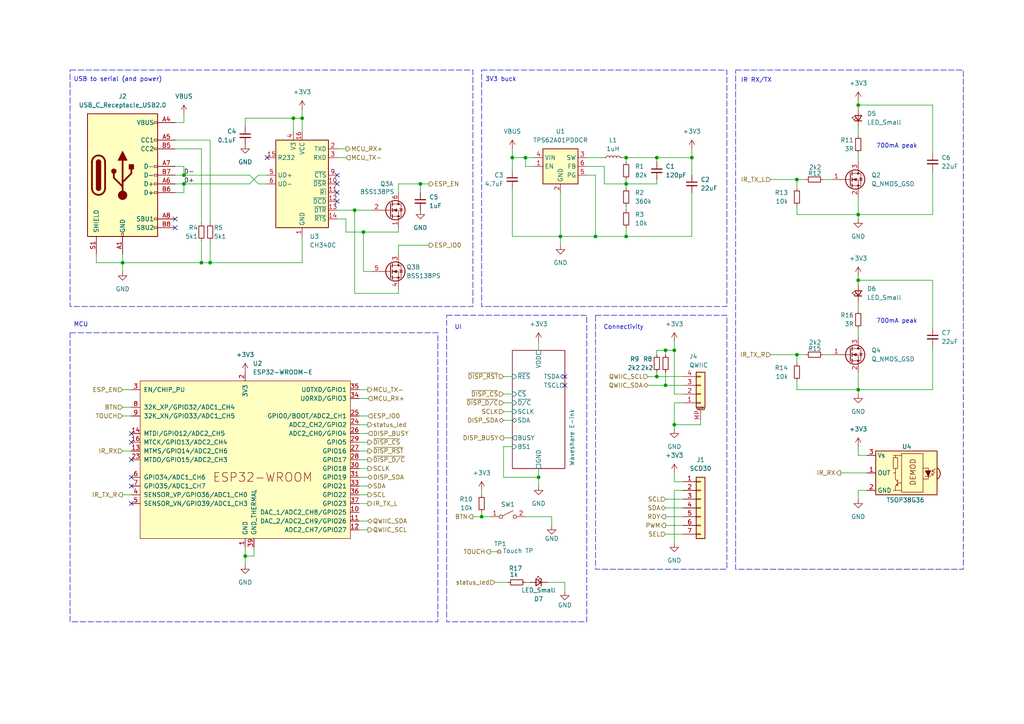
<source format=kicad_sch>
(kicad_sch (version 20231120) (generator "eeschema") (generator_version "8.0")
  (paper "A4")
  (lib_symbols
    (symbol "Connector:TestPoint_Small" (pin_numbers hide) (pin_names (offset 0.762) hide)
      (property "Reference" "TP" (at 0 3.81 0))
      (property "Value" "TestPoint_Small" (at 0 2.032 0))
      (symbol "TestPoint_Small_1_1"
        (pin passive line (at 0 0 90) (length 0) (name "1") (number "1"))
      )
    )
    (symbol "Connector:USB_C_Receptacle_USB2.0" (pin_names (offset 1.016))
      (property "Reference" "J" (at -10.16 19.05 0))
      (property "Value" "USB_C_Receptacle_USB2.0" (at 19.05 19.05 0))
      (symbol "USB_C_Receptacle_USB2.0_1_1"
        (pin passive line (at 0 -22.86 90) (length 5.08) (name "GND") (number "A1"))
        (pin passive line (at 0 -22.86 90) (length 5.08) hide (name "GND") (number "A12"))
        (pin passive line (at 15.24 15.24 180) (length 5.08) (name "VBUS") (number "A4"))
        (pin bidirectional line (at 15.24 10.16 180) (length 5.08) (name "CC1") (number "A5"))
        (pin bidirectional line (at 15.24 -2.54 180) (length 5.08) (name "D+") (number "A6"))
        (pin bidirectional line (at 15.24 2.54 180) (length 5.08) (name "D-") (number "A7"))
        (pin bidirectional line (at 15.24 -12.7 180) (length 5.08) (name "SBU1") (number "A8"))
        (pin passive line (at 15.24 15.24 180) (length 5.08) hide (name "VBUS") (number "A9"))
        (pin passive line (at 0 -22.86 90) (length 5.08) hide (name "GND") (number "B1"))
        (pin passive line (at 0 -22.86 90) (length 5.08) hide (name "GND") (number "B12"))
        (pin passive line (at 15.24 15.24 180) (length 5.08) hide (name "VBUS") (number "B4"))
        (pin bidirectional line (at 15.24 7.62 180) (length 5.08) (name "CC2") (number "B5"))
        (pin bidirectional line (at 15.24 -5.08 180) (length 5.08) (name "D+") (number "B6"))
        (pin bidirectional line (at 15.24 0 180) (length 5.08) (name "D-") (number "B7"))
        (pin bidirectional line (at 15.24 -15.24 180) (length 5.08) (name "SBU2") (number "B8"))
        (pin passive line (at 15.24 15.24 180) (length 5.08) hide (name "VBUS") (number "B9"))
        (pin passive line (at -7.62 -22.86 90) (length 5.08) (name "SHIELD") (number "S1"))
      )
    )
    (symbol "Connector_Generic:Conn_01x07" (pin_names (offset 1.016) hide)
      (property "Reference" "J" (at 0 10.16 0))
      (property "Value" "Conn_01x07" (at 0 -10.16 0))
      (symbol "Conn_01x07_1_1"
        (pin passive line (at -5.08 7.62 0) (length 3.81) (name "Pin_1") (number "1"))
        (pin passive line (at -5.08 5.08 0) (length 3.81) (name "Pin_2") (number "2"))
        (pin passive line (at -5.08 2.54 0) (length 3.81) (name "Pin_3") (number "3"))
        (pin passive line (at -5.08 0 0) (length 3.81) (name "Pin_4") (number "4"))
        (pin passive line (at -5.08 -2.54 0) (length 3.81) (name "Pin_5") (number "5"))
        (pin passive line (at -5.08 -5.08 0) (length 3.81) (name "Pin_6") (number "6"))
        (pin passive line (at -5.08 -7.62 0) (length 3.81) (name "Pin_7") (number "7"))
      )
    )
    (symbol "Connector_Generic_MountingPin:Conn_01x04_MountingPin" (pin_names (offset 1.016) hide)
      (property "Reference" "J4" (at 2.54 -2.8957 0))
      (property "Value" "QWIIC" (at 2.54 -0.3557 0))
      (symbol "Conn_01x04_MountingPin_1_1"
        (text "Mounting" (at 0 4.191 0) (effects (font (size 0.381 0.381))))
        (pin passive line (at -5.08 2.54 0) (length 3.81) (name "Pin_1") (number "1"))
        (pin passive line (at -5.08 0 0) (length 3.81) (name "Pin_2") (number "2"))
        (pin passive line (at -5.08 -2.54 0) (length 3.81) (name "Pin_3") (number "3"))
        (pin passive line (at -5.08 -5.08 0) (length 3.81) (name "Pin_4") (number "4"))
        (pin passive line (at 0 7.62 270) (length 3.048) (name "MountPin") (number "MP"))
      )
    )
    (symbol "Device:C_Small" (pin_numbers hide) (pin_names (offset 0.254) hide)
      (property "Reference" "C" (at 0.254 1.778 0))
      (property "Value" "C_Small" (at 0.254 -2.032 0))
      (symbol "C_Small_1_1"
        (pin passive line (at 0 2.54 270) (length 2.032) (name "~") (number "1"))
        (pin passive line (at 0 -2.54 90) (length 2.032) (name "~") (number "2"))
      )
    )
    (symbol "Device:LED_Small" (pin_numbers hide) (pin_names (offset 0.254) hide)
      (property "Reference" "D" (at -1.27 3.175 0))
      (property "Value" "LED_Small" (at -4.445 -2.54 0))
      (symbol "LED_Small_1_1"
        (pin passive line (at -2.54 0 0) (length 1.778) (name "K") (number "1"))
        (pin passive line (at 2.54 0 180) (length 1.778) (name "A") (number "2"))
      )
    )
    (symbol "Device:L_Small" (pin_numbers hide) (pin_names (offset 0.254) hide)
      (property "Reference" "L" (at 0.762 1.016 0))
      (property "Value" "L_Small" (at 0.762 -1.016 0))
      (symbol "L_Small_1_1"
        (pin passive line (at 0 2.54 270) (length 0.508) (name "~") (number "1"))
        (pin passive line (at 0 -2.54 90) (length 0.508) (name "~") (number "2"))
      )
    )
    (symbol "Device:Q_Dual_NMOS_S1G1D2S2G2D1" (pin_names (offset 0) hide)
      (property "Reference" "Q" (at 6.35 1.27 0))
      (property "Value" "Q_Dual_NMOS_S1G1D2S2G2D1" (at 19.05 -1.27 0))
      (symbol "Q_Dual_NMOS_S1G1D2S2G2D1_1_1"
        (pin passive line (at 2.54 -5.08 90) (length 2.54) (name "S") (number "1"))
        (pin input line (at -5.08 0 0) (length 2.54) (name "G") (number "2"))
        (pin passive line (at 2.54 5.08 270) (length 2.54) (name "D") (number "6"))
      )
      (symbol "Q_Dual_NMOS_S1G1D2S2G2D1_2_1"
        (pin passive line (at 2.54 5.08 270) (length 2.54) (name "D") (number "3"))
        (pin passive line (at 2.54 -5.08 90) (length 2.54) (name "S") (number "4"))
        (pin input line (at -5.08 0 0) (length 2.54) (name "G") (number "5"))
      )
    )
    (symbol "Device:Q_NMOS_GSD" (pin_names (offset 0) hide)
      (property "Reference" "Q" (at 5.08 1.27 0))
      (property "Value" "Q_NMOS_GSD" (at 5.08 -1.27 0))
      (symbol "Q_NMOS_GSD_1_1"
        (pin input line (at -5.08 0 0) (length 2.54) (name "G") (number "1"))
        (pin passive line (at 2.54 -5.08 90) (length 2.54) (name "S") (number "2"))
        (pin passive line (at 2.54 5.08 270) (length 2.54) (name "D") (number "3"))
      )
    )
    (symbol "Device:R_Small" (pin_numbers hide) (pin_names (offset 0.254) hide)
      (property "Reference" "R" (at 0.762 0.508 0))
      (property "Value" "R_Small" (at 0.762 -1.016 0))
      (symbol "R_Small_1_1"
        (pin passive line (at 0 2.54 270) (length 0.762) (name "~") (number "1"))
        (pin passive line (at 0 -2.54 90) (length 0.762) (name "~") (number "2"))
      )
    )
    (symbol "Interface_Optical:TSOP38G36"
      (property "Reference" "U" (at -10.16 7.62 0))
      (property "Value" "TSOP38G36" (at -10.16 -7.62 0))
      (symbol "TSOP38G36_0_0"
        (text "DEMOD" (at -3.175 0.254 900) (effects (font (size 1.524 1.524))))
      )
      (symbol "TSOP38G36_1_1"
        (pin output line (at 10.16 0 180) (length 2.54) (name "OUT") (number "1"))
        (pin power_in line (at 10.16 -5.08 180) (length 2.54) (name "GND") (number "2"))
        (pin power_in line (at 10.16 5.08 180) (length 2.54) (name "Vs") (number "3"))
      )
    )
    (symbol "Interface_USB:CH340C"
      (property "Reference" "U" (at -5.08 13.97 0))
      (property "Value" "CH340C" (at 1.27 13.97 0))
      (symbol "CH340C_1_1"
        (pin power_in line (at 0 -15.24 90) (length 2.54) (name "GND") (number "1"))
        (pin input line (at 10.16 0 180) (length 2.54) (name "~{DSR}") (number "10"))
        (pin input line (at 10.16 -2.54 180) (length 2.54) (name "~{RI}") (number "11"))
        (pin input line (at 10.16 -5.08 180) (length 2.54) (name "~{DCD}") (number "12"))
        (pin output line (at 10.16 -7.62 180) (length 2.54) (name "~{DTR}") (number "13"))
        (pin output line (at 10.16 -10.16 180) (length 2.54) (name "~{RTS}") (number "14"))
        (pin input line (at -10.16 7.62 0) (length 2.54) (name "R232") (number "15"))
        (pin power_in line (at 0 15.24 270) (length 2.54) (name "VCC") (number "16"))
        (pin output line (at 10.16 10.16 180) (length 2.54) (name "TXD") (number "2"))
        (pin input line (at 10.16 7.62 180) (length 2.54) (name "RXD") (number "3"))
        (pin passive line (at -2.54 15.24 270) (length 2.54) (name "V3") (number "4"))
        (pin bidirectional line (at -10.16 2.54 0) (length 2.54) (name "UD+") (number "5"))
        (pin bidirectional line (at -10.16 0 0) (length 2.54) (name "UD-") (number "6"))
        (pin no_connect line (at -7.62 -7.62 0) (length 2.54) hide (name "NC") (number "7"))
        (pin no_connect line (at -7.62 -10.16 0) (length 2.54) hide (name "NC") (number "8"))
        (pin input line (at 10.16 2.54 180) (length 2.54) (name "~{CTS}") (number "9"))
      )
    )
    (symbol "PCM_Espressif:ESP32-WROOM-E" (pin_names (offset 1.016))
      (property "Reference" "U" (at -30.48 27.94 0))
      (property "Value" "ESP32-WROOM-E" (at -30.48 25.4 0))
      (symbol "ESP32-WROOM-E_1_1"
        (text "ESP32-­WROOM­" (at 5.08 -5.08 0) (effects (font (size 2.54 2.54))))
        (pin power_in line (at 0 -25.4 90) (length 2.54) (name "GND") (number "1"))
        (pin bidirectional line (at 33.02 -15.24 180) (length 2.54) (name "DAC_1/ADC2_CH8/GPIO25") (number "10"))
        (pin bidirectional line (at 33.02 -17.78 180) (length 2.54) (name "DAC_2/ADC2_CH9/GPIO26") (number "11"))
        (pin bidirectional line (at 33.02 -20.32 180) (length 2.54) (name "ADC2_CH7/GPIO27") (number "12"))
        (pin bidirectional line (at -33.02 2.54 0) (length 2.54) (name "MTMS/GPIO14/ADC2_CH6") (number "13"))
        (pin bidirectional line (at -33.02 7.62 0) (length 2.54) (name "MTDI/GPIO12/ADC2_CH5") (number "14"))
        (pin passive line (at 0 -25.4 90) (length 2.54) hide (name "GND") (number "15"))
        (pin bidirectional line (at -33.02 5.08 0) (length 2.54) (name "MTCK/GPIO13/ADC2_CH4") (number "16"))
        (pin power_in line (at 0 25.4 270) (length 2.54) (name "3V3") (number "2"))
        (pin bidirectional line (at -33.02 0 0) (length 2.54) (name "MTDO/GPIO15/ADC2_CH3") (number "23"))
        (pin bidirectional line (at 33.02 10.16 180) (length 2.54) (name "ADC2_CH2/GPIO2") (number "24"))
        (pin bidirectional line (at 33.02 12.7 180) (length 2.54) (name "GPIO0/BOOT/ADC2_CH1") (number "25"))
        (pin bidirectional line (at 33.02 7.62 180) (length 2.54) (name "ADC2_CH0/GPIO4") (number "26"))
        (pin bidirectional line (at 33.02 2.54 180) (length 2.54) (name "GPIO16") (number "27"))
        (pin bidirectional line (at 33.02 0 180) (length 2.54) (name "GPIO17") (number "28"))
        (pin bidirectional line (at 33.02 5.08 180) (length 2.54) (name "GPIO5") (number "29"))
        (pin input line (at -33.02 20.32 0) (length 2.54) (name "EN/CHIP_PU") (number "3"))
        (pin bidirectional line (at 33.02 -2.54 180) (length 2.54) (name "GPIO18") (number "30"))
        (pin bidirectional line (at 33.02 -5.08 180) (length 2.54) (name "GPIO19") (number "31"))
        (pin bidirectional line (at 33.02 -7.62 180) (length 2.54) (name "GPIO21") (number "33"))
        (pin bidirectional line (at 33.02 17.78 180) (length 2.54) (name "U0RXD/GPIO3") (number "34"))
        (pin bidirectional line (at 33.02 20.32 180) (length 2.54) (name "U0TXD/GPIO1") (number "35"))
        (pin bidirectional line (at 33.02 -10.16 180) (length 2.54) (name "GPIO22") (number "36"))
        (pin bidirectional line (at 33.02 -12.7 180) (length 2.54) (name "GPIO23") (number "37"))
        (pin passive line (at 0 -25.4 90) (length 2.54) hide (name "GND") (number "38"))
        (pin power_in line (at 2.54 -25.4 90) (length 2.54) (name "GND_THERMAL") (number "39"))
        (pin input line (at -33.02 -10.16 0) (length 2.54) (name "SENSOR_VP/GPIO36/ADC1_CH0") (number "4"))
        (pin input line (at -33.02 -12.7 0) (length 2.54) (name "SENSOR_VN/GPIO39/ADC1_CH3") (number "5"))
        (pin input line (at -33.02 -5.08 0) (length 2.54) (name "GPIO34/ADC1_CH6") (number "6"))
        (pin input line (at -33.02 -7.62 0) (length 2.54) (name "GPIO35/ADC1_CH7") (number "7"))
        (pin bidirectional line (at -33.02 15.24 0) (length 2.54) (name "32K_XP/GPIO32/ADC1_CH4") (number "8"))
        (pin bidirectional line (at -33.02 12.7 0) (length 2.54) (name "32K_XN/GPIO33/ADC1_CH5") (number "9"))
      )
    )
    (symbol "Regulator_Switching:TLV62569DDC"
      (property "Reference" "U" (at -5.08 6.35 0))
      (property "Value" "TLV62569DDC" (at 0 6.35 0))
      (symbol "TLV62569DDC_1_1"
        (pin input line (at -7.62 0 0) (length 2.54) (name "EN") (number "1"))
        (pin power_in line (at 0 -7.62 90) (length 2.54) (name "GND") (number "2"))
        (pin power_out line (at 7.62 2.54 180) (length 2.54) (name "SW") (number "3"))
        (pin power_in line (at -7.62 2.54 0) (length 2.54) (name "VIN") (number "4"))
        (pin open_collector line (at 7.62 -2.54 180) (length 2.54) (name "PG") (number "5"))
        (pin input line (at 7.62 0 180) (length 2.54) (name "FB") (number "6"))
      )
    )
    (symbol "Switch:SW_SPST" (pin_names (offset 0) hide)
      (property "Reference" "SW" (at 0 3.175 0))
      (property "Value" "SW_SPST" (at 0 -2.54 0))
      (symbol "SW_SPST_1_1"
        (pin passive line (at -5.08 0 0) (length 2.54) (name "A") (number "1"))
        (pin passive line (at 5.08 0 180) (length 2.54) (name "B") (number "2"))
      )
    )
    (symbol "power:+3V3" (power) (pin_names (offset 0))
      (property "Value" "+3V3" (at 0 3.556 0))
      (symbol "+3V3_1_1"
        (pin power_in line (at 0 0 90) (length 0) hide (name "+3V3") (number "1"))
      )
    )
    (symbol "power:GND" (power) (pin_names (offset 0))
      (property "Value" "GND" (at 0 -3.81 0))
      (symbol "GND_1_1"
        (pin power_in line (at 0 0 270) (length 0) hide (name "GND") (number "1"))
      )
    )
    (symbol "power:VBUS" (power) (pin_names (offset 0))
      (property "Value" "VBUS" (at 0 3.81 0))
      (symbol "VBUS_1_1"
        (pin power_in line (at 0 0 90) (length 0) hide (name "VBUS") (number "1"))
      )
    )
  )
  (junction (at 139.7 149.86))
  (junction (at 105.41 67.31))
  (junction (at 248.92 113.03))
  (junction (at 195.58 101.6))
  (junction (at 231.14 52.07))
  (junction (at 121.92 53.34))
  (junction (at 248.92 62.23))
  (junction (at 87.63 34.29))
  (junction (at 181.61 53.34))
  (junction (at 193.04 101.6))
  (junction (at 181.61 68.58))
  (junction (at 195.58 123.19))
  (junction (at 200.66 45.72))
  (junction (at 53.34 53.34))
  (junction (at 148.59 45.72))
  (junction (at 248.92 81.28))
  (junction (at 71.12 161.29))
  (junction (at 190.5 45.72))
  (junction (at 58.42 76.2))
  (junction (at 156.21 138.43))
  (junction (at 193.04 111.76))
  (junction (at 152.4 45.72))
  (junction (at 102.87 60.96))
  (junction (at 172.72 68.58))
  (junction (at 35.56 76.2))
  (junction (at 85.09 34.29))
  (junction (at 162.56 68.58))
  (junction (at 231.14 102.87))
  (junction (at 60.96 76.2))
  (junction (at 190.5 109.22))
  (junction (at 181.61 45.72))
  (junction (at 53.34 50.8))
  (junction (at 248.92 30.48))
  (no_connect (at 38.1 140.97))
  (no_connect (at 97.79 50.8))
  (no_connect (at 50.8 66.04))
  (no_connect (at 38.1 133.35))
  (no_connect (at 163.83 109.22))
  (no_connect (at 97.79 58.42))
  (no_connect (at 50.8 63.5))
  (no_connect (at 38.1 138.43))
  (no_connect (at 77.47 45.72))
  (no_connect (at 38.1 128.27))
  (no_connect (at 97.79 53.34))
  (no_connect (at 163.83 111.76))
  (no_connect (at 97.79 55.88))
  (no_connect (at 38.1 146.05))
  (no_connect (at 38.1 125.73))
  (wire (pts (xy 60.96 69.85) (xy 60.96 76.2)))
  (wire (pts (xy 198.12 152.4) (xy 193.04 152.4)))
  (wire (pts (xy 146.05 109.22) (xy 148.59 109.22)))
  (wire (pts (xy 195.58 123.19) (xy 195.58 124.46)))
  (wire (pts (xy 231.14 110.49) (xy 231.14 113.03)))
  (wire (pts (xy 139.7 142.24) (xy 139.7 143.51)))
  (wire (pts (xy 35.56 73.66) (xy 35.56 76.2)))
  (wire (pts (xy 270.51 113.03) (xy 248.92 113.03)))
  (wire (pts (xy 58.42 76.2) (xy 60.96 76.2)))
  (wire (pts (xy 139.7 149.86) (xy 142.24 149.86)))
  (wire (pts (xy 104.14 138.43) (xy 106.68 138.43)))
  (wire (pts (xy 195.58 123.19) (xy 203.2 123.19)))
  (wire (pts (xy 60.96 64.77) (xy 60.96 40.64)))
  (wire (pts (xy 104.14 140.97) (xy 106.68 140.97)))
  (wire (pts (xy 248.92 62.23) (xy 248.92 57.15)))
  (wire (pts (xy 152.4 149.86) (xy 160.02 149.86)))
  (wire (pts (xy 200.66 45.72) (xy 200.66 50.8)))
  (wire (pts (xy 223.52 102.87) (xy 231.14 102.87)))
  (wire (pts (xy 104.14 120.65) (xy 106.68 120.65)))
  (wire (pts (xy 156.21 99.06) (xy 156.21 101.6)))
  (wire (pts (xy 231.14 54.61) (xy 231.14 52.07)))
  (wire (pts (xy 198.12 114.3) (xy 195.58 114.3)))
  (wire (pts (xy 270.51 49.53) (xy 270.51 62.23)))
  (wire (pts (xy 104.14 113.03) (xy 106.68 113.03)))
  (wire (pts (xy 231.14 52.07) (xy 233.68 52.07)))
  (wire (pts (xy 187.96 109.22) (xy 190.5 109.22)))
  (wire (pts (xy 77.47 53.34) (xy 74.93 53.34)))
  (wire (pts (xy 248.92 29.21) (xy 248.92 30.48)))
  (wire (pts (xy 53.34 53.34) (xy 72.39 53.34)))
  (wire (pts (xy 27.94 76.2) (xy 35.56 76.2)))
  (wire (pts (xy 190.5 46.99) (xy 190.5 45.72)))
  (wire (pts (xy 104.14 130.81) (xy 106.68 130.81)))
  (wire (pts (xy 148.59 43.18) (xy 148.59 45.72)))
  (wire (pts (xy 71.12 158.75) (xy 71.12 161.29)))
  (wire (pts (xy 148.59 129.54) (xy 146.05 129.54)))
  (wire (pts (xy 97.79 45.72) (xy 100.33 45.72)))
  (wire (pts (xy 193.04 101.6) (xy 195.58 101.6)))
  (wire (pts (xy 104.14 143.51) (xy 106.68 143.51)))
  (wire (pts (xy 50.8 35.56) (xy 53.34 35.56)))
  (wire (pts (xy 231.14 105.41) (xy 231.14 102.87)))
  (wire (pts (xy 180.34 45.72) (xy 181.61 45.72)))
  (wire (pts (xy 181.61 59.69) (xy 181.61 60.96)))
  (wire (pts (xy 97.79 63.5) (xy 100.33 63.5)))
  (wire (pts (xy 195.58 101.6) (xy 195.58 114.3)))
  (wire (pts (xy 35.56 113.03) (xy 38.1 113.03)))
  (wire (pts (xy 195.58 142.24) (xy 195.58 157.48)))
  (wire (pts (xy 270.51 81.28) (xy 270.51 95.25)))
  (wire (pts (xy 148.59 45.72) (xy 152.4 45.72)))
  (wire (pts (xy 190.5 45.72) (xy 200.66 45.72)))
  (wire (pts (xy 137.16 149.86) (xy 139.7 149.86)))
  (wire (pts (xy 146.05 121.92) (xy 148.59 121.92)))
  (wire (pts (xy 162.56 55.88) (xy 162.56 68.58)))
  (wire (pts (xy 270.51 62.23) (xy 248.92 62.23)))
  (wire (pts (xy 87.63 68.58) (xy 87.63 76.2)))
  (wire (pts (xy 74.93 53.34) (xy 72.39 50.8)))
  (wire (pts (xy 248.92 81.28) (xy 270.51 81.28)))
  (wire (pts (xy 243.84 137.16) (xy 251.46 137.16)))
  (wire (pts (xy 50.8 50.8) (xy 53.34 50.8)))
  (wire (pts (xy 146.05 129.54) (xy 146.05 138.43)))
  (wire (pts (xy 100.33 67.31) (xy 105.41 67.31)))
  (wire (pts (xy 248.92 80.01) (xy 248.92 81.28)))
  (wire (pts (xy 193.04 102.87) (xy 193.04 101.6)))
  (wire (pts (xy 198.12 142.24) (xy 195.58 142.24)))
  (wire (pts (xy 156.21 138.43) (xy 156.21 135.89)))
  (wire (pts (xy 53.34 55.88) (xy 50.8 55.88)))
  (wire (pts (xy 115.57 73.66) (xy 115.57 71.12)))
  (wire (pts (xy 50.8 53.34) (xy 53.34 53.34)))
  (wire (pts (xy 60.96 40.64) (xy 50.8 40.64)))
  (wire (pts (xy 58.42 69.85) (xy 58.42 76.2)))
  (wire (pts (xy 238.76 102.87) (xy 241.3 102.87)))
  (wire (pts (xy 170.18 48.26) (xy 175.26 48.26)))
  (wire (pts (xy 121.92 53.34) (xy 124.46 53.34)))
  (wire (pts (xy 193.04 107.95) (xy 193.04 111.76)))
  (wire (pts (xy 58.42 64.77) (xy 58.42 43.18)))
  (wire (pts (xy 115.57 83.82) (xy 115.57 85.09)))
  (wire (pts (xy 104.14 128.27) (xy 106.68 128.27)))
  (wire (pts (xy 115.57 85.09) (xy 102.87 85.09)))
  (wire (pts (xy 139.7 148.59) (xy 139.7 149.86)))
  (wire (pts (xy 190.5 109.22) (xy 198.12 109.22)))
  (wire (pts (xy 146.05 127) (xy 148.59 127)))
  (wire (pts (xy 53.34 50.8) (xy 72.39 50.8)))
  (wire (pts (xy 181.61 45.72) (xy 181.61 46.99)))
  (wire (pts (xy 270.51 30.48) (xy 270.51 44.45)))
  (wire (pts (xy 172.72 68.58) (xy 162.56 68.58)))
  (wire (pts (xy 231.14 102.87) (xy 233.68 102.87)))
  (wire (pts (xy 146.05 119.38) (xy 148.59 119.38)))
  (wire (pts (xy 198.12 154.94) (xy 193.04 154.94)))
  (wire (pts (xy 121.92 53.34) (xy 121.92 55.88)))
  (wire (pts (xy 104.14 133.35) (xy 106.68 133.35)))
  (wire (pts (xy 270.51 100.33) (xy 270.51 113.03)))
  (wire (pts (xy 248.92 30.48) (xy 248.92 31.75)))
  (wire (pts (xy 248.92 87.63) (xy 248.92 90.17)))
  (wire (pts (xy 146.05 116.84) (xy 148.59 116.84)))
  (wire (pts (xy 200.66 55.88) (xy 200.66 68.58)))
  (wire (pts (xy 53.34 48.26) (xy 50.8 48.26)))
  (wire (pts (xy 181.61 68.58) (xy 172.72 68.58)))
  (wire (pts (xy 248.92 113.03) (xy 248.92 114.3)))
  (wire (pts (xy 143.51 168.91) (xy 147.32 168.91)))
  (wire (pts (xy 152.4 45.72) (xy 154.94 45.72)))
  (wire (pts (xy 53.34 53.34) (xy 53.34 55.88)))
  (wire (pts (xy 87.63 31.75) (xy 87.63 34.29)))
  (wire (pts (xy 175.26 53.34) (xy 181.61 53.34)))
  (wire (pts (xy 35.56 130.81) (xy 38.1 130.81)))
  (wire (pts (xy 104.14 153.67) (xy 106.68 153.67)))
  (wire (pts (xy 97.79 43.18) (xy 100.33 43.18)))
  (wire (pts (xy 231.14 59.69) (xy 231.14 62.23)))
  (wire (pts (xy 105.41 78.74) (xy 107.95 78.74)))
  (wire (pts (xy 187.96 111.76) (xy 193.04 111.76)))
  (wire (pts (xy 248.92 129.54) (xy 248.92 132.08)))
  (wire (pts (xy 238.76 52.07) (xy 241.3 52.07)))
  (wire (pts (xy 100.33 63.5) (xy 100.33 67.31)))
  (wire (pts (xy 181.61 53.34) (xy 190.5 53.34)))
  (wire (pts (xy 190.5 45.72) (xy 181.61 45.72)))
  (wire (pts (xy 73.66 158.75) (xy 73.66 161.29)))
  (wire (pts (xy 181.61 66.04) (xy 181.61 68.58)))
  (wire (pts (xy 27.94 76.2) (xy 27.94 73.66)))
  (wire (pts (xy 162.56 68.58) (xy 162.56 71.12)))
  (wire (pts (xy 74.93 50.8) (xy 72.39 53.34)))
  (wire (pts (xy 195.58 116.84) (xy 195.58 123.19)))
  (wire (pts (xy 53.34 33.02) (xy 53.34 35.56)))
  (wire (pts (xy 104.14 125.73) (xy 106.68 125.73)))
  (wire (pts (xy 73.66 161.29) (xy 71.12 161.29)))
  (wire (pts (xy 74.93 50.8) (xy 77.47 50.8)))
  (wire (pts (xy 146.05 114.3) (xy 148.59 114.3)))
  (wire (pts (xy 190.5 102.87) (xy 190.5 101.6)))
  (wire (pts (xy 35.56 76.2) (xy 58.42 76.2)))
  (wire (pts (xy 198.12 144.78) (xy 193.04 144.78)))
  (wire (pts (xy 115.57 66.04) (xy 115.57 67.31)))
  (wire (pts (xy 190.5 53.34) (xy 190.5 52.07)))
  (wire (pts (xy 85.09 34.29) (xy 85.09 38.1)))
  (wire (pts (xy 172.72 50.8) (xy 172.72 68.58)))
  (wire (pts (xy 248.92 132.08) (xy 251.46 132.08)))
  (wire (pts (xy 200.66 68.58) (xy 181.61 68.58)))
  (wire (pts (xy 115.57 71.12) (xy 124.46 71.12)))
  (wire (pts (xy 97.79 60.96) (xy 102.87 60.96)))
  (wire (pts (xy 248.92 62.23) (xy 248.92 63.5)))
  (wire (pts (xy 198.12 147.32) (xy 193.04 147.32)))
  (wire (pts (xy 60.96 76.2) (xy 87.63 76.2)))
  (wire (pts (xy 152.4 168.91) (xy 153.67 168.91)))
  (wire (pts (xy 248.92 144.78) (xy 248.92 142.24)))
  (wire (pts (xy 102.87 60.96) (xy 102.87 85.09)))
  (wire (pts (xy 104.14 146.05) (xy 106.68 146.05)))
  (wire (pts (xy 115.57 67.31) (xy 105.41 67.31)))
  (wire (pts (xy 142.24 160.02) (xy 144.78 160.02)))
  (wire (pts (xy 248.92 44.45) (xy 248.92 46.99)))
  (wire (pts (xy 160.02 149.86) (xy 160.02 152.4)))
  (wire (pts (xy 170.18 45.72) (xy 175.26 45.72)))
  (wire (pts (xy 181.61 52.07) (xy 181.61 53.34)))
  (wire (pts (xy 104.14 123.19) (xy 106.68 123.19)))
  (wire (pts (xy 102.87 60.96) (xy 107.95 60.96)))
  (wire (pts (xy 193.04 111.76) (xy 198.12 111.76)))
  (wire (pts (xy 203.2 121.92) (xy 203.2 123.19)))
  (wire (pts (xy 104.14 115.57) (xy 106.68 115.57)))
  (wire (pts (xy 87.63 34.29) (xy 87.63 38.1)))
  (wire (pts (xy 71.12 34.29) (xy 85.09 34.29)))
  (wire (pts (xy 158.75 168.91) (xy 163.83 168.91)))
  (wire (pts (xy 231.14 62.23) (xy 248.92 62.23)))
  (wire (pts (xy 148.59 54.61) (xy 148.59 68.58)))
  (wire (pts (xy 248.92 142.24) (xy 251.46 142.24)))
  (wire (pts (xy 154.94 48.26) (xy 152.4 48.26)))
  (wire (pts (xy 115.57 53.34) (xy 121.92 53.34)))
  (wire (pts (xy 146.05 138.43) (xy 156.21 138.43)))
  (wire (pts (xy 53.34 50.8) (xy 53.34 48.26)))
  (wire (pts (xy 200.66 43.18) (xy 200.66 45.72)))
  (wire (pts (xy 248.92 95.25) (xy 248.92 97.79)))
  (wire (pts (xy 172.72 50.8) (xy 170.18 50.8)))
  (wire (pts (xy 148.59 49.53) (xy 148.59 45.72)))
  (wire (pts (xy 248.92 36.83) (xy 248.92 39.37)))
  (wire (pts (xy 162.56 68.58) (xy 148.59 68.58)))
  (wire (pts (xy 152.4 48.26) (xy 152.4 45.72)))
  (wire (pts (xy 35.56 120.65) (xy 38.1 120.65)))
  (wire (pts (xy 105.41 67.31) (xy 105.41 78.74)))
  (wire (pts (xy 71.12 161.29) (xy 71.12 163.83)))
  (wire (pts (xy 35.56 76.2) (xy 35.56 78.74)))
  (wire (pts (xy 156.21 138.43) (xy 156.21 140.97)))
  (wire (pts (xy 248.92 81.28) (xy 248.92 82.55)))
  (wire (pts (xy 163.83 168.91) (xy 163.83 171.45)))
  (wire (pts (xy 198.12 149.86) (xy 193.04 149.86)))
  (wire (pts (xy 248.92 113.03) (xy 248.92 107.95)))
  (wire (pts (xy 175.26 48.26) (xy 175.26 53.34)))
  (wire (pts (xy 195.58 99.06) (xy 195.58 101.6)))
  (wire (pts (xy 85.09 34.29) (xy 87.63 34.29)))
  (wire (pts (xy 248.92 30.48) (xy 270.51 30.48)))
  (wire (pts (xy 38.1 118.11) (xy 35.56 118.11)))
  (wire (pts (xy 190.5 101.6) (xy 193.04 101.6)))
  (wire (pts (xy 198.12 139.7) (xy 195.58 139.7)))
  (wire (pts (xy 223.52 52.07) (xy 231.14 52.07)))
  (wire (pts (xy 35.56 143.51) (xy 38.1 143.51)))
  (wire (pts (xy 71.12 36.83) (xy 71.12 34.29)))
  (wire (pts (xy 195.58 137.16) (xy 195.58 139.7)))
  (wire (pts (xy 106.68 151.13) (xy 104.14 151.13)))
  (wire (pts (xy 181.61 53.34) (xy 181.61 54.61)))
  (wire (pts (xy 231.14 113.03) (xy 248.92 113.03)))
  (wire (pts (xy 58.42 43.18) (xy 50.8 43.18)))
  (wire (pts (xy 198.12 116.84) (xy 195.58 116.84)))
  (wire (pts (xy 115.57 55.88) (xy 115.57 53.34)))
  (wire (pts (xy 190.5 107.95) (xy 190.5 109.22)))
  (wire (pts (xy 104.14 135.89) (xy 106.68 135.89)))
  (rectangle (start 213.36 20.32) (end 279.4 165.1) (stroke (width 0) (type dash)))
  (rectangle (start 129.54 91.44) (end 170.18 180.34) (stroke (width 0) (type dash)))
  (rectangle (start 139.7 20.32) (end 210.82 88.9) (stroke (width 0) (type dash)))
  (rectangle (start 20.32 96.52) (end 127 180.34) (stroke (width 0) (type dash)))
  (rectangle (start 172.72 91.44) (end 210.82 165.1) (stroke (width 0) (type dash)))
  (rectangle (start 20.32 20.32) (end 137.16 88.9) (stroke (width 0) (type dash)))
  (text "3V3 buck" (at 140.716 22.352 0) (effects (font (size 1.27 1.27)) (justify left top)))
  (text "USB to serial (and power)" (at 21.336 22.352 0) (effects (font (size 1.27 1.27)) (justify left top)))
  (text "Connectivity" (at 175.006 94.234 0) (effects (font (size 1.27 1.27)) (justify left top)))
  (text "MCU" (at 21.336 93.472 0) (effects (font (size 1.27 1.27)) (justify left top)))
  (text "700mA peak" (at 260.096 42.418 0) (effects (font (size 1.27 1.27))))
  (text "UI" (at 131.826 94.234 0) (effects (font (size 1.27 1.27)) (justify left top)))
  (text "700mA peak" (at 260.096 93.218 0) (effects (font (size 1.27 1.27))))
  (text "IR RX/TX" (at 214.884 22.606 0) (effects (font (size 1.27 1.27)) (justify left top)))
  (label "D+" (at 53.34 53.34 0))
  (label "D-" (at 53.34 50.8 0))
  (hierarchical_label "ESP_EN" (shape input) (at 35.56 113.03 180))
  (hierarchical_label "IR_TX_R" (shape output) (at 35.56 143.51 180))
  (hierarchical_label "status_led" (shape output) (at 106.68 123.19 0))
  (hierarchical_label "QWIIC_SCL" (shape output) (at 106.68 153.67 0))
  (hierarchical_label "SCLK" (shape output) (at 106.68 135.89 0))
  (hierarchical_label "MCU_RX+" (shape output) (at 100.33 43.18 0))
  (hierarchical_label "status_led" (shape input) (at 143.51 168.91 180))
  (hierarchical_label "~{DISP_CS}" (shape input) (at 146.05 114.3 180))
  (hierarchical_label "IR_RX" (shape input) (at 35.56 130.81 180))
  (hierarchical_label "TOUCH" (shape output) (at 142.24 160.02 180))
  (hierarchical_label "SDA" (shape bidirectional) (at 106.68 140.97 0))
  (hierarchical_label "SCLK" (shape input) (at 146.05 119.38 180))
  (hierarchical_label "MCU_TX-" (shape input) (at 100.33 45.72 0))
  (hierarchical_label "IR_RX" (shape output) (at 243.84 137.16 180))
  (hierarchical_label "SCL" (shape output) (at 106.68 143.51 0))
  (hierarchical_label "DISP_BUSY" (shape input) (at 106.68 125.73 0))
  (hierarchical_label "~{DISP_D{slash}C}" (shape output) (at 106.68 133.35 0))
  (hierarchical_label "IR_TX_R" (shape input) (at 223.52 102.87 180))
  (hierarchical_label "SEL" (shape input) (at 193.04 154.94 180))
  (hierarchical_label "IR_TX_L" (shape output) (at 106.68 146.05 0))
  (hierarchical_label "ESP_IO0" (shape input) (at 106.68 120.65 0))
  (hierarchical_label "~{DISP_RST}" (shape output) (at 106.68 130.81 0))
  (hierarchical_label "DISP_BUSY" (shape output) (at 146.05 127 180))
  (hierarchical_label "IR_TX_L" (shape input) (at 223.52 52.07 180))
  (hierarchical_label "BTN" (shape input) (at 35.56 118.11 180))
  (hierarchical_label "~{DISP_CS}" (shape output) (at 106.68 128.27 0))
  (hierarchical_label "DISP_SDA" (shape bidirectional) (at 146.05 121.92 180))
  (hierarchical_label "~{DISP_D{slash}C}" (shape input) (at 146.05 116.84 180))
  (hierarchical_label "RDY" (shape output) (at 193.04 149.86 180))
  (hierarchical_label "ESP_IO0" (shape output) (at 124.46 71.12 0))
  (hierarchical_label "MCU_TX-" (shape output) (at 106.68 113.03 0))
  (hierarchical_label "MCU_RX+" (shape input) (at 106.68 115.57 0))
  (hierarchical_label "ESP_EN" (shape output) (at 124.46 53.34 0))
  (hierarchical_label "QWIIC_SCL" (shape input) (at 187.96 109.22 180))
  (hierarchical_label "SDA" (shape bidirectional) (at 193.04 147.32 180))
  (hierarchical_label "~{DISP_RST}" (shape input) (at 146.05 109.22 180))
  (hierarchical_label "TOUCH" (shape input) (at 35.56 120.65 180))
  (hierarchical_label "DISP_SDA" (shape bidirectional) (at 106.68 138.43 0))
  (hierarchical_label "PWM" (shape output) (at 193.04 152.4 180))
  (hierarchical_label "SCL" (shape input) (at 193.04 144.78 180))
  (hierarchical_label "BTN" (shape output) (at 137.16 149.86 180))
  (hierarchical_label "QWIIC_SDA" (shape bidirectional) (at 106.68 151.13 0))
  (hierarchical_label "QWIIC_SDA" (shape bidirectional) (at 187.96 111.76 180))
  (symbol (lib_id "Device:Q_Dual_NMOS_S1G1D2S2G2D1") (at 113.03 78.74 0) (unit 2)
    (property "Reference" "Q3" (at 117.856 77.47 0) (effects (justify left)))
    (property "Value" "BSS138PS" (at 117.856 80.01 0) (effects (justify left)))
    (property "Footprint" "Package_TO_SOT_SMD:SOT-363_SC-70-6" (effects (hide yes)))
    (property "Datasheet" "https://www.lcsc.com/datasheet/lcsc_datasheet_2411121101_TECH-PUBLIC-BSS138PS_C2912548.pdf" (effects (hide yes)))
    (property "Description" "Dual NMOS transistor, 6 pin package" (effects (hide yes)))
    (property "LCSC" "C193381" (effects (hide yes)))
  )
  (symbol (lib_id "Device:L_Small") (at 177.8 45.72 90) (unit 1)
    (property "Reference" "L1" (at 177.8 40.64 90))
    (property "Value" "1uH" (at 177.8 43.18 90))
    (property "Footprint" "Inductor_SMD:L_1008_2520Metric" (effects (hide yes)))
    (property "Description" "Inductor, small symbol" (effects (hide yes)))
    (property "LCSC" "C435392" (effects (hide yes)))
  )
  (symbol (lib_id "power:+3V3") (at 71.12 107.95 0) (unit 1)
    (property "Reference" "#PWR03" (effects (hide yes)))
    (property "Value" "+3V3" (at 71.12 102.87 0))
    (property "Description" "Power symbol creates a global label with name \"+3V3\"" (effects (hide yes)))
  )
  (symbol (lib_id "Connector_Generic_MountingPin:Conn_01x04_MountingPin") (at 203.2 114.3 0) (mirror x) (unit 1)
    (property "Reference" "J4" (at 199.898 103.378 0) (effects (justify left)))
    (property "Value" "QWIIC" (at 199.898 105.918 0) (effects (justify left)))
    (property "Footprint" "Connector_JST:JST_SH_SM04B-SRSS-TB_1x04-1MP_P1.00mm_Horizontal" (effects (hide yes)))
    (property "Description" "Generic connectable mounting pin connector, single row, 01x04, script generated (kicad-library-utils/schlib/autogen/connector/)" (effects (hide yes)))
  )
  (symbol (lib_id "power:+3V3") (at 139.7 142.24 0) (unit 1)
    (property "Reference" "#PWR018" (effects (hide yes)))
    (property "Value" "+3V3" (at 139.7 137.16 0))
    (property "Description" "Power symbol creates a global label with name \"+3V3\"" (effects (hide yes)))
  )
  (symbol (lib_id "Device:R_Small") (at 181.61 57.15 0) (unit 1)
    (property "Reference" "R2" (at 184.15 55.8799 0) (effects (justify left)))
    (property "Value" "360k" (at 184.15 58.4199 0) (effects (justify left)))
    (property "Footprint" "Resistor_SMD:R_0603_1608Metric" (effects (hide yes)))
    (property "Description" "Resistor, small symbol" (effects (hide yes)))
    (property "LCSC" "C23146" (effects (hide yes)))
  )
  (symbol (lib_id "Device:C_Small") (at 200.66 53.34 0) (unit 1)
    (property "Reference" "C2" (at 203.2 52.0762 0) (effects (justify left)))
    (property "Value" "22uF" (at 203.2 54.6162 0) (effects (justify left)))
    (property "Footprint" "Capacitor_SMD:C_0805_2012Metric" (effects (hide yes)))
    (property "Description" "Unpolarized capacitor, small symbol" (effects (hide yes)))
    (property "MPN" "GRM21BZ71A226KE15L" (effects (hide yes)))
    (property "LCSC" "C45783" (effects (hide yes)))
  )
  (symbol (lib_id "power:+3V3") (at 87.63 31.75 0) (unit 1)
    (property "Reference" "#PWR010" (effects (hide yes)))
    (property "Value" "+3V3" (at 87.63 26.67 0))
    (property "Description" "Power symbol creates a global label with name \"+3V3\"" (effects (hide yes)))
  )
  (symbol (lib_id "Device:LED_Small") (at 248.92 34.29 90) (unit 1)
    (property "Reference" "D5" (at 251.46 32.9564 90) (effects (justify right)))
    (property "Value" "LED_Small" (at 251.46 35.4964 90) (effects (justify right)))
    (property "Footprint" "LED_SMD:LED_Vishay_VSMB2943SL" (effects (hide yes)))
    (property "Description" "Light emitting diode, small symbol" (effects (hide yes)))
    (property "LCSC" "C511094" (effects (hide yes)))
  )
  (symbol (lib_id "Connector:USB_C_Receptacle_USB2.0") (at 35.56 50.8 0) (unit 1)
    (property "Reference" "J2" (at 35.56 27.94 0))
    (property "Value" "USB_C_Receptacle_USB2.0" (at 35.56 30.48 0))
    (property "Footprint" "Connector_USB:USB_C_Receptacle_HRO_TYPE-C-31-M-12" (effects (hide yes)))
    (property "Datasheet" "https://www.usb.org/sites/default/files/documents/usb_type-c.zip" (effects (hide yes)))
    (property "Description" "USB 2.0-only Type-C Receptacle connector" (effects (hide yes)))
    (property "LCSC" "C165948" (effects (hide yes)))
  )
  (symbol (lib_id "Device:R_Small") (at 139.7 146.05 0) (mirror y) (unit 1)
    (property "Reference" "R10" (at 137.16 144.7799 0) (effects (justify left)))
    (property "Value" "10k" (at 137.16 147.3199 0) (effects (justify left)))
    (property "Footprint" "Resistor_SMD:R_0603_1608Metric" (effects (hide yes)))
    (property "Description" "Resistor, small symbol" (effects (hide yes)))
    (property "LCSC" "C25804" (effects (hide yes)))
  )
  (symbol (lib_id "Device:C_Small") (at 270.51 97.79 0) (unit 1)
    (property "Reference" "C7" (at 273.05 96.5262 0) (effects (justify left)))
    (property "Value" "22uF" (at 273.05 99.0662 0) (effects (justify left)))
    (property "Footprint" "Capacitor_SMD:C_0805_2012Metric" (effects (hide yes)))
    (property "Description" "Unpolarized capacitor, small symbol" (effects (hide yes)))
    (property "MPN" "GRM21BZ71A226KE15L" (effects (hide yes)))
    (property "LCSC" "C45783" (effects (hide yes)))
  )
  (symbol (lib_id "power:GND") (at 71.12 41.91 0) (unit 1)
    (property "Reference" "#PWR08" (effects (hide yes)))
    (property "Value" "GND" (at 71.12 46.99 0))
    (property "Description" "Power symbol creates a global label with name \"GND\" , ground" (effects (hide yes)))
  )
  (symbol (lib_id "PCM_Espressif:ESP32-WROOM-E") (at 71.12 133.35 0) (unit 1)
    (property "Reference" "U2" (at 73.3141 105.41 0) (effects (justify left)))
    (property "Value" "ESP32-WROOM-E" (at 73.3141 107.95 0) (effects (justify left)))
    (property "Footprint" "PCM_Espressif:ESP32-WROOM-32E" (effects (hide yes)))
    (property "Datasheet" "https://www.espressif.com/sites/default/files/documentation/esp32-wroom-32e_esp32-wroom-32ue_datasheet_en.pdf" (effects (hide yes)))
    (property "Description" "ESP32-WROOM-32E integrates ESP32-D0WD-V3, with higher stability and safety performance." (effects (hide yes)))
  )
  (symbol (lib_id "Interface_Optical:TSOP38G36") (at 261.62 137.16 0) (mirror y) (unit 1)
    (property "Reference" "U4" (at 261.62 129.54 0) (effects (justify right)))
    (property "Value" "TSOP38G36" (at 257.048 145.034 0) (effects (justify right)))
    (property "Footprint" "OptoDevice:Vishay_MINICAST-3Pin" (effects (hide yes)))
    (property "Datasheet" "http://www.vishay.com/docs/82731/tsop38g36.pdf" (effects (hide yes)))
    (property "Description" "Photo Modules for PCM Remote Control Systems" (effects (hide yes)))
  )
  (symbol (lib_id "Device:R_Small") (at 193.04 105.41 0) (mirror y) (unit 1)
    (property "Reference" "R8" (at 189.23 104.14 0) (effects (justify left)))
    (property "Value" "2k2" (at 185.674 106.68 0) (effects (justify left)))
    (property "Footprint" "Resistor_SMD:R_0603_1608Metric" (effects (hide yes)))
    (property "Description" "Resistor, small symbol" (effects (hide yes)))
    (property "LCSC" "C6119849" (effects (hide yes)))
  )
  (symbol (lib_id "power:GND") (at 248.92 114.3 0) (unit 1)
    (property "Reference" "#PWR022" (effects (hide yes)))
    (property "Value" "GND" (at 248.92 119.38 0))
    (property "Description" "Power symbol creates a global label with name \"GND\" , ground" (effects (hide yes)))
  )
  (symbol (lib_id "Device:C_Small") (at 270.51 46.99 0) (unit 1)
    (property "Reference" "C6" (at 273.05 45.7262 0) (effects (justify left)))
    (property "Value" "22uF" (at 273.05 48.2662 0) (effects (justify left)))
    (property "Footprint" "Capacitor_SMD:C_0805_2012Metric" (effects (hide yes)))
    (property "Description" "Unpolarized capacitor, small symbol" (effects (hide yes)))
    (property "MPN" "GRM21BZ71A226KE15L" (effects (hide yes)))
    (property "LCSC" "C45783" (effects (hide yes)))
  )
  (symbol (lib_id "Switch:SW_SPST") (at 147.32 149.86 0) (unit 1)
    (property "Reference" "SW1" (at 147.32 146.304 0))
    (property "Value" "SW_SPST" (effects (hide yes)))
    (property "Footprint" "Button_Switch_SMD:SW_SPST_EVQP2" (effects (hide yes)))
    (property "Description" "Single Pole Single Throw (SPST) switch" (effects (hide yes)))
  )
  (symbol (lib_id "Device:R_Small") (at 236.22 102.87 90) (mirror x) (unit 1)
    (property "Reference" "R15" (at 238.252 101.092 90) (effects (justify left)))
    (property "Value" "2k2" (at 238.252 99.314 90) (effects (justify left)))
    (property "Footprint" "Resistor_SMD:R_0603_1608Metric" (effects (hide yes)))
    (property "Description" "Resistor, small symbol" (effects (hide yes)))
    (property "LCSC" "C6119849" (effects (hide yes)))
  )
  (symbol (lib_id "power:GND") (at 156.21 140.97 0) (unit 1)
    (property "Reference" "#PWR012" (effects (hide yes)))
    (property "Value" "GND" (at 156.21 146.05 0))
    (property "Description" "Power symbol creates a global label with name \"GND\" , ground" (effects (hide yes)))
  )
  (symbol (lib_id "Device:R_Small") (at 231.14 57.15 0) (mirror y) (unit 1)
    (property "Reference" "R13" (at 228.6 55.8799 0) (effects (justify left)))
    (property "Value" "10k" (at 228.6 58.4199 0) (effects (justify left)))
    (property "Footprint" "Resistor_SMD:R_0603_1608Metric" (effects (hide yes)))
    (property "Description" "Resistor, small symbol" (effects (hide yes)))
    (property "LCSC" "C25804" (effects (hide yes)))
  )
  (symbol (lib_id "Connector_Generic:Conn_01x07") (at 203.2 147.32 0) (unit 1)
    (property "Reference" "J1" (at 203.2 133.35 0))
    (property "Value" "SCD30" (at 203.2 135.89 0))
    (property "Footprint" "Connector_PinHeader_2.54mm:PinHeader_1x07_P2.54mm_Vertical" (effects (hide yes)))
    (property "Description" "Generic connector, single row, 01x07, script generated (kicad-library-utils/schlib/autogen/connector/)" (effects (hide yes)))
  )
  (symbol (lib_id "power:GND") (at 248.92 63.5 0) (unit 1)
    (property "Reference" "#PWR019" (effects (hide yes)))
    (property "Value" "GND" (at 248.92 68.58 0))
    (property "Description" "Power symbol creates a global label with name \"GND\" , ground" (effects (hide yes)))
  )
  (symbol (lib_id "power:GND") (at 160.02 152.4 0) (unit 1)
    (property "Reference" "#PWR017" (effects (hide yes)))
    (property "Value" "GND" (at 160.02 156.21 0))
    (property "Description" "Power symbol creates a global label with name \"GND\" , ground" (effects (hide yes)))
  )
  (symbol (lib_id "power:+3V3") (at 195.58 99.06 0) (unit 1)
    (property "Reference" "#PWR014" (effects (hide yes)))
    (property "Value" "+3V3" (at 195.58 93.98 0))
    (property "Description" "Power symbol creates a global label with name \"+3V3\"" (effects (hide yes)))
  )
  (symbol (lib_id "power:GND") (at 195.58 157.48 0) (unit 1)
    (property "Reference" "#PWR016" (effects (hide yes)))
    (property "Value" "GND" (at 195.58 162.56 0))
    (property "Description" "Power symbol creates a global label with name \"GND\" , ground" (effects (hide yes)))
  )
  (symbol (lib_id "Device:R_Small") (at 181.61 49.53 0) (unit 1)
    (property "Reference" "R1" (at 184.15 48.2599 0) (effects (justify left)))
    (property "Value" "82k" (at 184.15 50.7999 0) (effects (justify left)))
    (property "Footprint" "Resistor_SMD:R_0603_1608Metric" (effects (hide yes)))
    (property "Description" "Resistor, small symbol" (effects (hide yes)))
    (property "LCSC" "C23254" (effects (hide yes)))
  )
  (symbol (lib_id "power:GND") (at 195.58 124.46 0) (unit 1)
    (property "Reference" "#PWR013" (effects (hide yes)))
    (property "Value" "GND" (at 195.58 129.54 0))
    (property "Description" "Power symbol creates a global label with name \"GND\" , ground" (effects (hide yes)))
  )
  (symbol (lib_id "Device:R_Small") (at 248.92 92.71 0) (mirror y) (unit 1)
    (property "Reference" "R16" (at 247.65 91.44 0) (effects (justify left)))
    (property "Value" "3R" (at 247.65 93.98 0) (effects (justify left)))
    (property "Footprint" "Resistor_SMD:R_1206_3216Metric" (effects (hide yes)))
    (property "Description" "Resistor, small symbol" (effects (hide yes)))
  )
  (symbol (lib_id "power:GND") (at 35.56 78.74 0) (unit 1)
    (property "Reference" "#PWR04" (effects (hide yes)))
    (property "Value" "GND" (at 35.56 83.82 0))
    (property "Description" "Power symbol creates a global label with name \"GND\" , ground" (effects (hide yes)))
  )
  (symbol (lib_id "Device:C_Small") (at 148.59 52.07 0) (mirror y) (unit 1)
    (property "Reference" "C3" (at 146.05 50.8062 0) (effects (justify left)))
    (property "Value" "4.7uF" (at 146.05 53.3462 0) (effects (justify left)))
    (property "Footprint" "Capacitor_SMD:C_0805_2012Metric" (effects (hide yes)))
    (property "Description" "Unpolarized capacitor, small symbol" (effects (hide yes)))
    (property "MPN" "GRM21BR71A475KA73L" (effects (hide yes)))
    (property "LCSC" "C19666" (effects (hide yes)))
  )
  (symbol (lib_id "Device:R_Small") (at 190.5 105.41 0) (mirror y) (unit 1)
    (property "Reference" "R9" (at 185.42 104.14 0) (effects (justify left)))
    (property "Value" "2k2" (at 189.484 106.68 0) (effects (justify left)))
    (property "Footprint" "Resistor_SMD:R_0603_1608Metric" (effects (hide yes)))
    (property "Description" "Resistor, small symbol" (effects (hide yes)))
    (property "LCSC" "C6119849" (effects (hide yes)))
  )
  (symbol (lib_id "Device:Q_Dual_NMOS_S1G1D2S2G2D1") (at 113.03 60.96 0) (unit 1)
    (property "Reference" "Q3" (at 110.236 53.34 0) (effects (justify left)))
    (property "Value" "BSS138PS" (at 104.394 55.626 0) (effects (justify left)))
    (property "Footprint" "Package_TO_SOT_SMD:SOT-363_SC-70-6" (effects (hide yes)))
    (property "Datasheet" "https://www.lcsc.com/datasheet/lcsc_datasheet_2411121101_TECH-PUBLIC-BSS138PS_C2912548.pdf" (effects (hide yes)))
    (property "Description" "Dual NMOS transistor, 6 pin package" (effects (hide yes)))
    (property "LCSC" "C193381" (effects (hide yes)))
  )
  (symbol (lib_id "Device:R_Small") (at 58.42 67.31 0) (mirror y) (unit 1)
    (property "Reference" "R4" (at 57.404 66.04 0) (effects (justify left)))
    (property "Value" "5k1" (at 57.404 68.58 0) (effects (justify left)))
    (property "Footprint" "Resistor_SMD:R_0603_1608Metric" (effects (hide yes)))
    (property "Description" "Resistor, small symbol" (effects (hide yes)))
    (property "LCSC" "C6119849" (effects (hide yes)))
  )
  (symbol (lib_id "power:+3V3") (at 156.21 99.06 0) (unit 1)
    (property "Reference" "#PWR015" (effects (hide yes)))
    (property "Value" "+3V3" (at 156.21 93.98 0))
    (property "Description" "Power symbol creates a global label with name \"+3V3\"" (effects (hide yes)))
  )
  (symbol (lib_id "Device:R_Small") (at 248.92 41.91 0) (mirror y) (unit 1)
    (property "Reference" "R11" (at 247.65 40.64 0) (effects (justify left)))
    (property "Value" "3R" (at 247.65 43.18 0) (effects (justify left)))
    (property "Footprint" "Resistor_SMD:R_1206_3216Metric" (effects (hide yes)))
    (property "Description" "Resistor, small symbol" (effects (hide yes)))
  )
  (symbol (lib_id "Device:R_Small") (at 181.61 63.5 0) (unit 1)
    (property "Reference" "R3" (at 184.15 62.2299 0) (effects (justify left)))
    (property "Value" "10k" (at 184.15 64.7699 0) (effects (justify left)))
    (property "Footprint" "Resistor_SMD:R_0603_1608Metric" (effects (hide yes)))
    (property "Description" "Resistor, small symbol" (effects (hide yes)))
    (property "LCSC" "C25804" (effects (hide yes)))
  )
  (symbol (lib_id "power:GND") (at 248.92 144.78 0) (unit 1)
    (property "Reference" "#PWR024" (effects (hide yes)))
    (property "Value" "GND" (at 248.92 149.86 0))
    (property "Description" "Power symbol creates a global label with name \"GND\" , ground" (effects (hide yes)))
  )
  (symbol (lib_id "power:+3V3") (at 248.92 129.54 0) (unit 1)
    (property "Reference" "#PWR023" (effects (hide yes)))
    (property "Value" "+3V3" (at 248.92 124.46 0))
    (property "Description" "Power symbol creates a global label with name \"+3V3\"" (effects (hide yes)))
  )
  (symbol (lib_id "Device:Q_NMOS_GSD") (at 246.38 102.87 0) (unit 1)
    (property "Reference" "Q4" (at 252.73 101.5999 0) (effects (justify left)))
    (property "Value" "Q_NMOS_GSD" (at 252.73 104.1399 0) (effects (justify left)))
    (property "Footprint" "Package_TO_SOT_SMD:SOT-23" (effects (hide yes)))
    (property "Description" "N-MOSFET transistor, gate/source/drain" (effects (hide yes)))
  )
  (symbol (lib_id "Regulator_Switching:TLV62569DDC") (at 162.56 48.26 0) (unit 1)
    (property "Reference" "U1" (at 162.56 38.1 0))
    (property "Value" "TPS62A01PDDCR" (at 162.56 40.64 0))
    (property "Footprint" "Package_TO_SOT_SMD:SOT-23-6" (effects (hide yes)))
    (property "Datasheet" "https://www.ti.com/lit/ds/symlink/tps62a02.pdf" (effects (hide yes)))
    (property "Description" "High Efficiency Synchronous Buck Converter, Adjustable Output 0.6V-5.5V, 2A, SOT-23-6" (effects (hide yes)))
    (property "LCSC" "C22445521" (effects (hide yes)))
  )
  (symbol (lib_id "power:+3V3") (at 200.66 43.18 0) (unit 1)
    (property "Reference" "#PWR07" (effects (hide yes)))
    (property "Value" "+3V3" (at 200.66 38.1 0))
    (property "Description" "Power symbol creates a global label with name \"+3V3\"" (effects (hide yes)))
  )
  (symbol (lib_id "power:GND") (at 121.92 60.96 0) (unit 1)
    (property "Reference" "#PWR09" (effects (hide yes)))
    (property "Value" "GND" (at 121.92 66.04 0))
    (property "Description" "Power symbol creates a global label with name \"GND\" , ground" (effects (hide yes)))
  )
  (symbol (lib_id "Device:R_Small") (at 60.96 67.31 0) (unit 1)
    (property "Reference" "R5" (at 61.976 66.04 0) (effects (justify left)))
    (property "Value" "5k1" (at 61.976 68.58 0) (effects (justify left)))
    (property "Footprint" "Resistor_SMD:R_0603_1608Metric" (effects (hide yes)))
    (property "Description" "Resistor, small symbol" (effects (hide yes)))
    (property "LCSC" "C6119849" (effects (hide yes)))
  )
  (symbol (lib_id "Device:C_Small") (at 190.5 49.53 0) (unit 1)
    (property "Reference" "C1" (at 193.04 48.2662 0) (effects (justify left)))
    (property "Value" "120pF" (at 193.04 50.8062 0) (effects (justify left)))
    (property "Footprint" "Capacitor_SMD:C_0402_1005Metric" (effects (hide yes)))
    (property "Description" "Unpolarized capacitor, small symbol" (effects (hide yes)))
    (property "LCSC" "C106996" (effects (hide yes)))
  )
  (symbol (lib_id "Device:LED_Small") (at 156.21 168.91 0) (mirror y) (unit 1)
    (property "Reference" "D7" (at 156.21 173.736 0))
    (property "Value" "LED_Small" (at 156.21 171.196 0))
    (property "Footprint" "LED_SMD:LED_0603_1608Metric" (effects (hide yes)))
    (property "Description" "Light emitting diode, small symbol" (effects (hide yes)))
    (property "LCSC" "C2286" (effects (hide yes)))
  )
  (symbol (lib_id "Interface_USB:CH340C") (at 87.63 53.34 0) (unit 1)
    (property "Reference" "U3" (at 89.8241 68.58 0) (effects (justify left)))
    (property "Value" "CH340C" (at 89.8241 71.12 0) (effects (justify left)))
    (property "Footprint" "Package_SO:SOIC-16_3.9x9.9mm_P1.27mm" (effects (hide yes)))
    (property "Datasheet" "https://datasheet.lcsc.com/szlcsc/Jiangsu-Qin-Heng-CH340C_C84681.pdf" (effects (hide yes)))
    (property "Description" "USB serial converter, UART, SOIC-16" (effects (hide yes)))
    (property "LCSC" "C7464026" (effects (hide yes)))
  )
  (symbol (lib_id "power:+3V3") (at 248.92 80.01 0) (unit 1)
    (property "Reference" "#PWR021" (effects (hide yes)))
    (property "Value" "+3V3" (at 248.92 74.93 0))
    (property "Description" "Power symbol creates a global label with name \"+3V3\"" (effects (hide yes)))
  )
  (symbol (lib_id "power:GND") (at 163.83 171.45 0) (unit 1)
    (property "Reference" "#PWR025" (effects (hide yes)))
    (property "Value" "GND" (at 163.83 175.514 0))
    (property "Description" "Power symbol creates a global label with name \"GND\" , ground" (effects (hide yes)))
  )
  (symbol (lib_id "Device:R_Small") (at 149.86 168.91 270) (mirror x) (unit 1)
    (property "Reference" "R17" (at 147.574 164.846 90) (effects (justify left)))
    (property "Value" "1k" (at 147.828 166.624 90) (effects (justify left)))
    (property "Footprint" "Resistor_SMD:R_0603_1608Metric" (effects (hide yes)))
    (property "Description" "Resistor, small symbol" (effects (hide yes)))
    (property "LCSC" "C25804" (effects (hide yes)))
  )
  (symbol (lib_id "Device:C_Small") (at 121.92 58.42 0) (unit 1)
    (property "Reference" "C5" (at 124.46 57.1562 0) (effects (justify left)))
    (property "Value" "1uF" (at 124.46 59.6962 0) (effects (justify left)))
    (property "Footprint" "Capacitor_SMD:C_0603_1608Metric" (effects (hide yes)))
    (property "Description" "Unpolarized capacitor, small symbol" (effects (hide yes)))
    (property "LCSC" "C15849" (effects (hide yes)))
  )
  (symbol (lib_id "Device:R_Small") (at 231.14 107.95 0) (mirror y) (unit 1)
    (property "Reference" "R14" (at 228.6 106.6799 0) (effects (justify left)))
    (property "Value" "10k" (at 228.6 109.2199 0) (effects (justify left)))
    (property "Footprint" "Resistor_SMD:R_0603_1608Metric" (effects (hide yes)))
    (property "Description" "Resistor, small symbol" (effects (hide yes)))
    (property "LCSC" "C25804" (effects (hide yes)))
  )
  (symbol (lib_id "Device:R_Small") (at 236.22 52.07 90) (mirror x) (unit 1)
    (property "Reference" "R12" (at 238.252 50.292 90) (effects (justify left)))
    (property "Value" "2k2" (at 238.252 48.514 90) (effects (justify left)))
    (property "Footprint" "Resistor_SMD:R_0603_1608Metric" (effects (hide yes)))
    (property "Description" "Resistor, small symbol" (effects (hide yes)))
    (property "LCSC" "C6119849" (effects (hide yes)))
  )
  (symbol (lib_id "power:VBUS") (at 148.59 43.18 0) (unit 1)
    (property "Reference" "#PWR02" (effects (hide yes)))
    (property "Value" "VBUS" (at 148.59 38.1 0))
    (property "Description" "Power symbol creates a global label with name \"VBUS\"" (effects (hide yes)))
  )
  (symbol (lib_id "power:VBUS") (at 53.34 33.02 0) (unit 1)
    (property "Reference" "#PWR01" (effects (hide yes)))
    (property "Value" "VBUS" (at 53.34 27.94 0))
    (property "Description" "Power symbol creates a global label with name \"VBUS\"" (effects (hide yes)))
  )
  (symbol (lib_id "Device:Q_NMOS_GSD") (at 246.38 52.07 0) (unit 1)
    (property "Reference" "Q2" (at 252.73 50.7999 0) (effects (justify left)))
    (property "Value" "Q_NMOS_GSD" (at 252.73 53.3399 0) (effects (justify left)))
    (property "Footprint" "Package_TO_SOT_SMD:SOT-23" (effects (hide yes)))
    (property "Description" "N-MOSFET transistor, gate/source/drain" (effects (hide yes)))
  )
  (symbol (lib_id "Connector:TestPoint_Small") (at 144.78 160.02 0) (unit 1)
    (property "Reference" "TP1" (at 143.256 157.734 0) (effects (justify left)))
    (property "Value" "Touch TP" (at 145.796 159.766 0) (effects (justify left)))
    (property "Footprint" "TestPoint:TestPoint_Pad_D1.0mm" (effects (hide yes)))
    (property "Description" "test point" (effects (hide yes)))
  )
  (symbol (lib_id "Device:LED_Small") (at 248.92 85.09 90) (unit 1)
    (property "Reference" "D6" (at 251.46 83.7564 90) (effects (justify right)))
    (property "Value" "LED_Small" (at 251.46 86.2964 90) (effects (justify right)))
    (property "Footprint" "LED_SMD:LED_Vishay_VSMB2943SL" (effects (hide yes)))
    (property "Description" "Light emitting diode, small symbol" (effects (hide yes)))
    (property "LCSC" "C511094" (effects (hide yes)))
  )
  (symbol (lib_id "power:+3V3") (at 195.58 137.16 0) (unit 1)
    (property "Reference" "#PWR011" (effects (hide yes)))
    (property "Value" "+3V3" (at 195.58 132.08 0))
    (property "Description" "Power symbol creates a global label with name \"+3V3\"" (effects (hide yes)))
  )
  (symbol (lib_id "power:GND") (at 71.12 163.83 0) (unit 1)
    (property "Reference" "#PWR06" (effects (hide yes)))
    (property "Value" "GND" (at 71.12 168.91 0))
    (property "Description" "Power symbol creates a global label with name \"GND\" , ground" (effects (hide yes)))
  )
  (symbol (lib_id "power:+3V3") (at 248.92 29.21 0) (unit 1)
    (property "Reference" "#PWR020" (effects (hide yes)))
    (property "Value" "+3V3" (at 248.92 24.13 0))
    (property "Description" "Power symbol creates a global label with name \"+3V3\"" (effects (hide yes)))
  )
  (symbol (lib_id "power:GND") (at 162.56 71.12 0) (unit 1)
    (property "Reference" "#PWR05" (effects (hide yes)))
    (property "Value" "GND" (at 162.56 76.2 0))
    (property "Description" "Power symbol creates a global label with name \"GND\" , ground" (effects (hide yes)))
  )
  (symbol (lib_id "Device:C_Small") (at 71.12 39.37 0) (mirror y) (unit 1)
    (property "Reference" "C4" (at 68.58 38.1062 0) (effects (justify left)))
    (property "Value" "0.1uF" (at 68.58 40.6462 0) (effects (justify left)))
    (property "Footprint" "Capacitor_SMD:C_0402_1005Metric" (effects (hide yes)))
    (property "Description" "Unpolarized capacitor, small symbol" (effects (hide yes)))
    (property "LCSC" "C1525" (effects (hide yes)))
  )
  (sheet (at 148.59 101.6) (size 15.24 34.29) (stroke (width 0.1524))
    (property "Sheetname" "Waveshare E-ink" (at 166.624 135.128 90) (effects (justify left bottom)))
    (property "Sheetfile" "waveshare_eink.kicad_sch" (effects (hide yes)))
    (pin "GND" passive (at 156.21 135.89 270))
    (pin "BS1" input (at 148.59 129.54 180))
    (pin "~{CS}" input (at 148.59 114.3 180))
    (pin "VDD" passive (at 156.21 101.6 90))
    (pin "TSDA" bidirectional (at 163.83 109.22 0))
    (pin "TSCL" output (at 163.83 111.76 0))
    (pin "SDA" bidirectional (at 148.59 121.92 180))
    (pin "SCLK" input (at 148.59 119.38 180))
    (pin "BUSY" output (at 148.59 127 180))
    (pin "~{RES}" input (at 148.59 109.22 180))
    (pin "~{D{slash}C}" input (at 148.59 116.84 180))
  )
)
</source>
